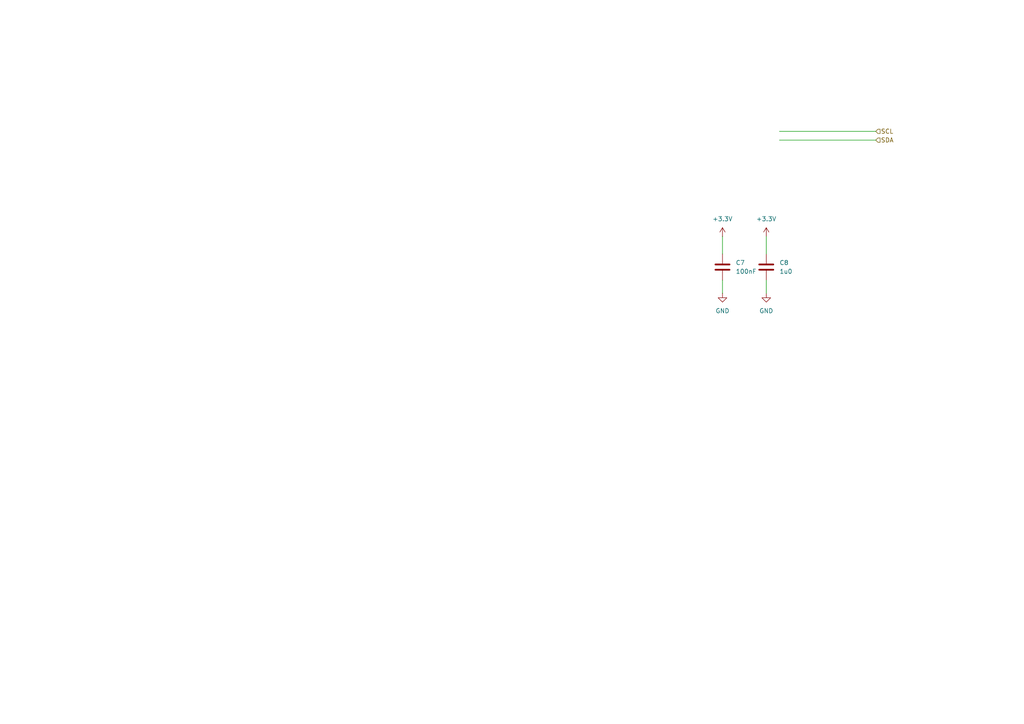
<source format=kicad_sch>
(kicad_sch (version 20231120) (generator "eeschema") (generator_version "8.0")
  (paper "A4")
  (lib_symbols
    (symbol "Device:C" (pin_numbers hide) (pin_names (offset 0.254))
      (property "Reference" "C" (at 0.635 2.54 0))
      (property "Value" "C" (at 0.635 -2.54 0))
      (symbol "C_0_1"
        (polyline (pts (xy -2.032 -0.762) (xy 2.032 -0.762)) (stroke (width 0.508)))
        (polyline (pts (xy -2.032 0.762) (xy 2.032 0.762)) (stroke (width 0.508)))
      )
      (symbol "C_1_1"
        (pin passive line (at 0 3.81 270) (length 2.794) (name "~") (number "1"))
        (pin passive line (at 0 -3.81 90) (length 2.794) (name "~") (number "2"))
      )
    )
    (symbol "power:+3.3V" (power) (pin_numbers hide) (pin_names (offset 0) hide)
      (property "Value" "+3.3V" (at 0 3.556 0))
      (symbol "+3.3V_0_1"
        (polyline (pts (xy -0.762 1.27) (xy 0 2.54)))
        (polyline (pts (xy 0 0) (xy 0 2.54)))
        (polyline (pts (xy 0 2.54) (xy 0.762 1.27)))
      )
      (symbol "+3.3V_1_1"
        (pin power_in line (at 0 0 90) (length 0) (name "~") (number "1"))
      )
    )
    (symbol "power:GND" (power) (pin_numbers hide) (pin_names (offset 0) hide)
      (property "Value" "GND" (at 0 -3.81 0))
      (symbol "GND_0_1"
        (polyline (pts (xy 0 0) (xy 0 -1.27) (xy 1.27 -1.27) (xy 0 -2.54) (xy -1.27 -1.27) (xy 0 -1.27)))
      )
      (symbol "GND_1_1"
        (pin power_in line (at 0 0 270) (length 0) (name "~") (number "1"))
      )
    )
  )
  (wire (pts (xy 222.25 68.58) (xy 222.25 73.66)))
  (wire (pts (xy 209.55 81.28) (xy 209.55 85.09)))
  (wire (pts (xy 226.06 38.1) (xy 254 38.1)))
  (wire (pts (xy 226.06 40.64) (xy 254 40.64)))
  (wire (pts (xy 222.25 81.28) (xy 222.25 85.09)))
  (wire (pts (xy 209.55 68.58) (xy 209.55 73.66)))
  (hierarchical_label "SDA" (shape input) (at 254 40.64 0))
  (hierarchical_label "SCL" (shape input) (at 254 38.1 0))
  (symbol (lib_id "power:+3.3V") (at 209.55 68.58 0) (unit 1)
    (property "Reference" "#PWR031" (effects (hide yes)))
    (property "Value" "+3.3V" (at 209.55 63.5 0))
    (property "Description" "Power symbol creates a global label with name \"+3.3V\"" (effects (hide yes)))
  )
  (symbol (lib_id "power:+3.3V") (at 222.25 68.58 0) (unit 1)
    (property "Reference" "#PWR033" (effects (hide yes)))
    (property "Value" "+3.3V" (at 222.25 63.5 0))
    (property "Description" "Power symbol creates a global label with name \"+3.3V\"" (effects (hide yes)))
  )
  (symbol (lib_id "Device:C") (at 222.25 77.47 0) (unit 1)
    (property "Reference" "C8" (at 226.06 76.1999 0) (effects (justify left)))
    (property "Value" "1u0" (at 226.06 78.7399 0) (effects (justify left)))
    (property "Footprint" "Capacitor_SMD:C_0603_1608Metric" (effects (hide yes)))
    (property "Description" "Unpolarized capacitor" (effects (hide yes)))
  )
  (symbol (lib_id "power:GND") (at 222.25 85.09 0) (unit 1)
    (property "Reference" "#PWR034" (effects (hide yes)))
    (property "Value" "GND" (at 222.25 90.17 0))
    (property "Description" "Power symbol creates a global label with name \"GND\" , ground" (effects (hide yes)))
  )
  (symbol (lib_id "Device:C") (at 209.55 77.47 0) (unit 1)
    (property "Reference" "C7" (at 213.36 76.1999 0) (effects (justify left)))
    (property "Value" "100nF" (at 213.36 78.7399 0) (effects (justify left)))
    (property "Footprint" "Capacitor_SMD:C_0603_1608Metric" (effects (hide yes)))
    (property "Description" "Unpolarized capacitor" (effects (hide yes)))
  )
  (symbol (lib_id "power:GND") (at 209.55 85.09 0) (unit 1)
    (property "Reference" "#PWR032" (effects (hide yes)))
    (property "Value" "GND" (at 209.55 90.17 0))
    (property "Description" "Power symbol creates a global label with name \"GND\" , ground" (effects (hide yes)))
  )
)
</source>
